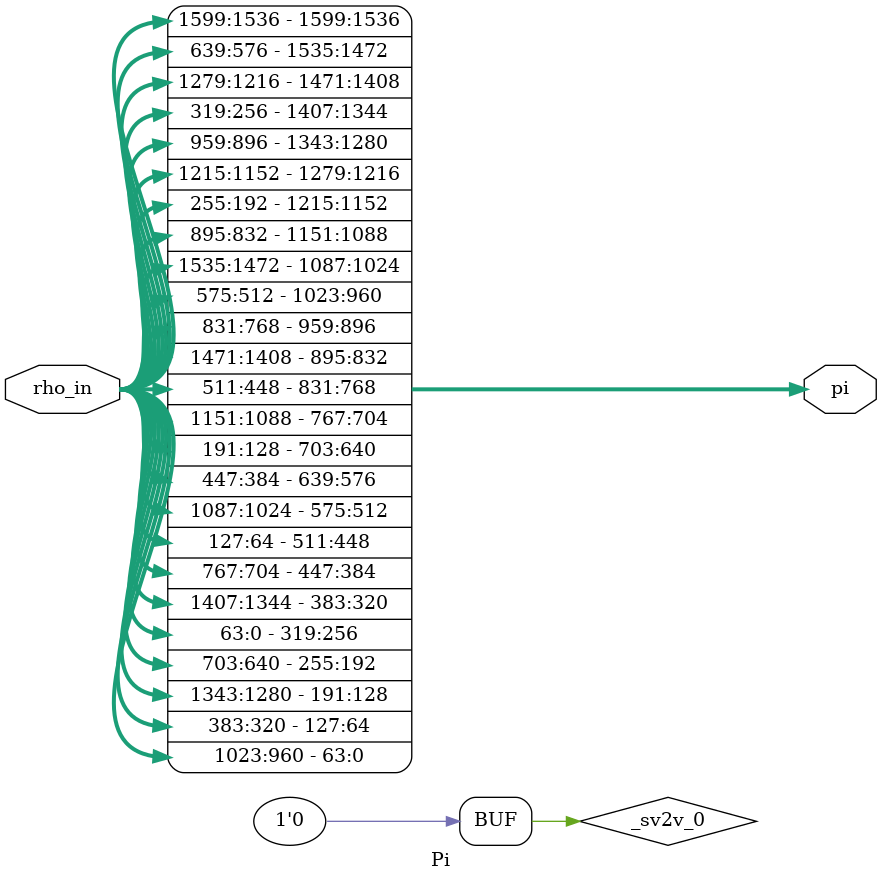
<source format=v>
module Pi (
	rho_in,
	pi
);
	reg _sv2v_0;
	input wire [1599:0] rho_in;
	output reg [1599:0] pi;
	always @(*) begin
		if (_sv2v_0)
			;
		pi[1536+:64] = rho_in[1536+:64];
		pi[1472+:64] = rho_in[576+:64];
		pi[1408+:64] = rho_in[1216+:64];
		pi[1344+:64] = rho_in[256+:64];
		pi[1280+:64] = rho_in[896+:64];
		pi[1216+:64] = rho_in[1152+:64];
		pi[1152+:64] = rho_in[192+:64];
		pi[1088+:64] = rho_in[832+:64];
		pi[1024+:64] = rho_in[1472+:64];
		pi[960+:64] = rho_in[512+:64];
		pi[896+:64] = rho_in[768+:64];
		pi[832+:64] = rho_in[1408+:64];
		pi[768+:64] = rho_in[448+:64];
		pi[704+:64] = rho_in[1088+:64];
		pi[640+:64] = rho_in[128+:64];
		pi[576+:64] = rho_in[384+:64];
		pi[512+:64] = rho_in[1024+:64];
		pi[448+:64] = rho_in[64+:64];
		pi[384+:64] = rho_in[704+:64];
		pi[320+:64] = rho_in[1344+:64];
		pi[256+:64] = rho_in[0+:64];
		pi[192+:64] = rho_in[640+:64];
		pi[128+:64] = rho_in[1280+:64];
		pi[64+:64] = rho_in[320+:64];
		pi[0+:64] = rho_in[960+:64];
	end
	initial _sv2v_0 = 0;
endmodule

</source>
